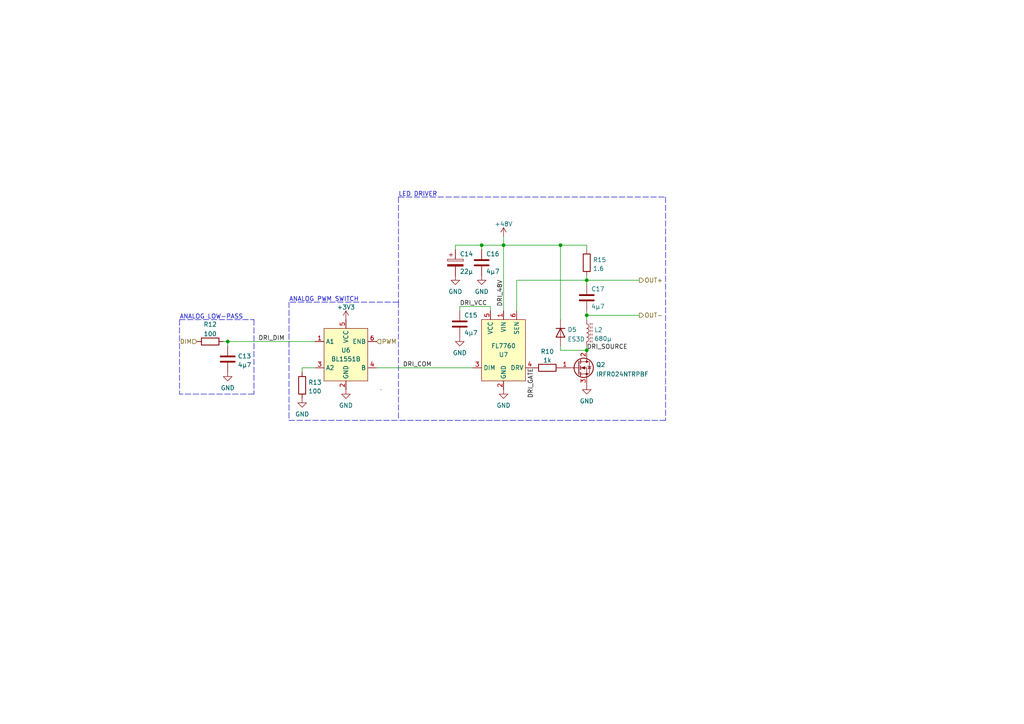
<source format=kicad_sch>
(kicad_sch (version 20211123) (generator eeschema)
  (paper "A4")
  (lib_symbols
    (symbol "Device:C" (pin_numbers hide) (pin_names (offset 0.254))
      (property "Reference" "C" (at 0.635 2.54 0))
      (property "Value" "C" (at 0.635 -2.54 0))
      (symbol "C_0_1"
        (polyline (pts (xy -2.032 -0.762) (xy 2.032 -0.762)) (stroke (width 0.508)))
        (polyline (pts (xy -2.032 0.762) (xy 2.032 0.762)) (stroke (width 0.508)))
      )
      (symbol "C_1_1"
        (pin passive line (at 0 3.81 270) (length 2.794) (name "~") (number "1"))
        (pin passive line (at 0 -3.81 90) (length 2.794) (name "~") (number "2"))
      )
    )
    (symbol "Device:C_Polarized" (pin_numbers hide) (pin_names (offset 0.254))
      (property "Reference" "C" (at 0.635 2.54 0))
      (property "Value" "C_Polarized" (at 0.635 -2.54 0))
      (symbol "C_Polarized_0_1"
        (rectangle (start -2.286 0.508) (end 2.286 1.016))
        (polyline (pts (xy -1.778 2.286) (xy -0.762 2.286)))
        (polyline (pts (xy -1.27 2.794) (xy -1.27 1.778)))
        (rectangle (start 2.286 -0.508) (end -2.286 -1.016) (fill (type outline)))
      )
      (symbol "C_Polarized_1_1"
        (pin passive line (at 0 3.81 270) (length 2.794) (name "~") (number "1"))
        (pin passive line (at 0 -3.81 90) (length 2.794) (name "~") (number "2"))
      )
    )
    (symbol "Device:D" (pin_numbers hide) (pin_names (offset 1.016) hide)
      (property "Reference" "D" (at 0 2.54 0))
      (property "Value" "D" (at 0 -2.54 0))
      (symbol "D_0_1"
        (polyline (pts (xy -1.27 1.27) (xy -1.27 -1.27)) (stroke (width 0.254)))
        (polyline (pts (xy 1.27 0) (xy -1.27 0)))
        (polyline (pts (xy 1.27 1.27) (xy 1.27 -1.27) (xy -1.27 0) (xy 1.27 1.27)) (stroke (width 0.254)))
      )
      (symbol "D_1_1"
        (pin passive line (at -3.81 0 0) (length 2.54) (name "K") (number "1"))
        (pin passive line (at 3.81 0 180) (length 2.54) (name "A") (number "2"))
      )
    )
    (symbol "Device:L_Ferrite" (pin_numbers hide) (pin_names (offset 1.016) hide)
      (property "Reference" "L" (at -1.27 0 90))
      (property "Value" "L_Ferrite" (at 2.794 0 90))
      (symbol "L_Ferrite_0_1"
        (arc (start 0 -2.54) (mid 0.635 -1.905) (end 0 -1.27))
        (arc (start 0 -1.27) (mid 0.635 -0.635) (end 0 0))
        (polyline (pts (xy 1.016 -2.794) (xy 1.016 -2.286)))
        (polyline (pts (xy 1.016 -1.778) (xy 1.016 -1.27)))
        (polyline (pts (xy 1.016 -0.762) (xy 1.016 -0.254)))
        (polyline (pts (xy 1.016 0.254) (xy 1.016 0.762)))
        (polyline (pts (xy 1.016 1.27) (xy 1.016 1.778)))
        (polyline (pts (xy 1.016 2.286) (xy 1.016 2.794)))
        (polyline (pts (xy 1.524 -2.286) (xy 1.524 -2.794)))
        (polyline (pts (xy 1.524 -1.27) (xy 1.524 -1.778)))
        (polyline (pts (xy 1.524 -0.254) (xy 1.524 -0.762)))
        (polyline (pts (xy 1.524 0.762) (xy 1.524 0.254)))
        (polyline (pts (xy 1.524 1.778) (xy 1.524 1.27)))
        (polyline (pts (xy 1.524 2.794) (xy 1.524 2.286)))
        (arc (start 0 0) (mid 0.635 0.635) (end 0 1.27))
        (arc (start 0 1.27) (mid 0.635 1.905) (end 0 2.54))
      )
      (symbol "L_Ferrite_1_1"
        (pin passive line (at 0 3.81 270) (length 1.27) (name "1") (number "1"))
        (pin passive line (at 0 -3.81 90) (length 1.27) (name "2") (number "2"))
      )
    )
    (symbol "Device:Q_NMOS_GDS" (pin_names (offset 0) hide)
      (property "Reference" "Q" (at 5.08 1.27 0))
      (property "Value" "Q_NMOS_GDS" (at 5.08 -1.27 0))
      (symbol "Q_NMOS_GDS_0_1"
        (polyline (pts (xy 0.254 0) (xy -2.54 0)))
        (polyline (pts (xy 0.254 1.905) (xy 0.254 -1.905)) (stroke (width 0.254)))
        (polyline (pts (xy 0.762 -1.27) (xy 0.762 -2.286)) (stroke (width 0.254)))
        (polyline (pts (xy 0.762 0.508) (xy 0.762 -0.508)) (stroke (width 0.254)))
        (polyline (pts (xy 0.762 2.286) (xy 0.762 1.27)) (stroke (width 0.254)))
        (polyline (pts (xy 2.54 2.54) (xy 2.54 1.778)))
        (polyline (pts (xy 2.54 -2.54) (xy 2.54 0) (xy 0.762 0)))
        (polyline (pts (xy 0.762 -1.778) (xy 3.302 -1.778) (xy 3.302 1.778) (xy 0.762 1.778)))
        (polyline (pts (xy 1.016 0) (xy 2.032 0.381) (xy 2.032 -0.381) (xy 1.016 0)) (fill (type outline)))
        (polyline (pts (xy 2.794 0.508) (xy 2.921 0.381) (xy 3.683 0.381) (xy 3.81 0.254)))
        (polyline (pts (xy 3.302 0.381) (xy 2.921 -0.254) (xy 3.683 -0.254) (xy 3.302 0.381)))
        (circle (center 1.651 0) (radius 2.794) (stroke (width 0.254)))
        (circle (center 2.54 -1.778) (radius 0.254) (fill (type outline)))
        (circle (center 2.54 1.778) (radius 0.254) (fill (type outline)))
      )
      (symbol "Q_NMOS_GDS_1_1"
        (pin input line (at -5.08 0 0) (length 2.54) (name "G") (number "1"))
        (pin passive line (at 2.54 5.08 270) (length 2.54) (name "D") (number "2"))
        (pin passive line (at 2.54 -5.08 90) (length 2.54) (name "S") (number "3"))
      )
    )
    (symbol "Device:R" (pin_numbers hide) (pin_names (offset 0))
      (property "Reference" "R" (at 2.032 0 90))
      (property "Value" "R" (at 0 0 90))
      (symbol "R_0_1"
        (rectangle (start -1.016 -2.54) (end 1.016 2.54) (stroke (width 0.254)))
      )
      (symbol "R_1_1"
        (pin passive line (at 0 3.81 270) (length 1.27) (name "~") (number "1"))
        (pin passive line (at 0 -3.81 90) (length 1.27) (name "~") (number "2"))
      )
    )
    (symbol "Library:FL7760"
      (property "Reference" "U" (at 0 -1.27 0))
      (property "Value" "FL7760" (at 0 1.27 0))
      (symbol "FL7760_0_1"
        (rectangle (start -6.35 10.16) (end 6.35 -7.62) (stroke (width 0.1524)) (fill (type background)))
      )
      (symbol "FL7760_1_1"
        (pin input line (at 0 12.7 270) (length 2.54) (name "VIN") (number "1"))
        (pin input line (at 0 -10.16 90) (length 2.54) (name "GND") (number "2"))
        (pin input line (at -8.89 -3.81 0) (length 2.54) (name "DIM") (number "3"))
        (pin output line (at 8.89 -3.81 180) (length 2.54) (name "DRV") (number "4"))
        (pin input line (at -3.81 12.7 270) (length 2.54) (name "VCC") (number "5"))
        (pin input line (at 3.81 12.7 270) (length 2.54) (name "SEN") (number "6"))
      )
    )
    (symbol "library:BL1551B"
      (property "Reference" "U" (at 0 -1.27 0))
      (property "Value" "BL1551B" (at 0 1.27 0))
      (symbol "BL1551B_0_1"
        (rectangle (start 6.35 7.62) (end -6.35 -7.62) (stroke (width 0.1524)) (fill (type background)))
        (rectangle (start 10.16 -10.16) (end 10.16 -10.16) (stroke (width 0.1524)))
        (rectangle (start 10.16 -10.16) (end 10.16 -10.16) (stroke (width 0.1524)))
        (rectangle (start 10.16 -10.16) (end 10.16 -10.16) (stroke (width 0.1524)))
      )
      (symbol "BL1551B_1_1"
        (pin bidirectional line (at -8.89 3.81 0) (length 2.54) (name "A1") (number "1"))
        (pin power_in line (at 0 -10.16 90) (length 2.54) (name "GND") (number "2"))
        (pin bidirectional line (at -8.89 -3.81 0) (length 2.54) (name "A2") (number "3"))
        (pin bidirectional line (at 8.89 -3.81 180) (length 2.54) (name "B") (number "4"))
        (pin power_in line (at 0 10.16 270) (length 2.54) (name "VCC") (number "5"))
        (pin input line (at 8.89 3.81 180) (length 2.54) (name "ENB") (number "6"))
      )
    )
    (symbol "power:+3V3" (power) (pin_names (offset 0))
      (property "Value" "+3V3" (at 0 3.556 0))
      (symbol "+3V3_0_1"
        (polyline (pts (xy -0.762 1.27) (xy 0 2.54)))
        (polyline (pts (xy 0 0) (xy 0 2.54)))
        (polyline (pts (xy 0 2.54) (xy 0.762 1.27)))
      )
      (symbol "+3V3_1_1"
        (pin power_in line (at 0 0 90) (length 0) hide (name "+3V3") (number "1"))
      )
    )
    (symbol "power:+48V" (power) (pin_names (offset 0))
      (property "Value" "+48V" (at 0 3.556 0))
      (symbol "+48V_0_1"
        (polyline (pts (xy -0.762 1.27) (xy 0 2.54)))
        (polyline (pts (xy 0 0) (xy 0 2.54)))
        (polyline (pts (xy 0 2.54) (xy 0.762 1.27)))
      )
      (symbol "+48V_1_1"
        (pin power_in line (at 0 0 90) (length 0) hide (name "+48V") (number "1"))
      )
    )
    (symbol "power:GND" (power) (pin_names (offset 0))
      (property "Value" "GND" (at 0 -3.81 0))
      (symbol "GND_0_1"
        (polyline (pts (xy 0 0) (xy 0 -1.27) (xy 1.27 -1.27) (xy 0 -2.54) (xy -1.27 -1.27) (xy 0 -1.27)))
      )
      (symbol "GND_1_1"
        (pin power_in line (at 0 0 270) (length 0) hide (name "GND") (number "1"))
      )
    )
  )
  (junction (at 170.18 101.6))
  (junction (at 66.04 99.06))
  (junction (at 139.7 71.12))
  (junction (at 162.56 71.12))
  (junction (at 146.05 71.12))
  (junction (at 170.18 91.44))
  (junction (at 170.18 81.28))
  (wire (pts (xy 170.18 81.28) (xy 185.42 81.28)))
  (wire (pts (xy 146.05 71.12) (xy 146.05 90.17)))
  (polyline (pts (xy 193.04 57.15) (xy 193.04 121.92)))
  (wire (pts (xy 170.18 91.44) (xy 170.18 92.71)))
  (polyline (pts (xy 52.07 92.71) (xy 52.07 114.3)))
  (polyline (pts (xy 73.66 114.3) (xy 52.07 114.3)))
  (wire (pts (xy 132.08 71.12) (xy 139.7 71.12)))
  (polyline (pts (xy 115.57 87.63) (xy 83.82 87.63)))
  (polyline (pts (xy 193.04 121.92) (xy 115.57 121.92)))
  (polyline (pts (xy 83.82 87.63) (xy 83.82 121.92)))
  (wire (pts (xy 87.63 106.68) (xy 87.63 107.95)))
  (wire (pts (xy 149.86 81.28) (xy 149.86 90.17)))
  (wire (pts (xy 132.08 72.39) (xy 132.08 71.12)))
  (wire (pts (xy 170.18 91.44) (xy 185.42 91.44)))
  (wire (pts (xy 162.56 71.12) (xy 162.56 92.71)))
  (wire (pts (xy 170.18 71.12) (xy 170.18 72.39)))
  (wire (pts (xy 66.04 99.06) (xy 64.77 99.06)))
  (wire (pts (xy 162.56 101.6) (xy 170.18 101.6)))
  (polyline (pts (xy 115.57 57.15) (xy 115.57 87.63)))
  (wire (pts (xy 170.18 91.44) (xy 170.18 90.17)))
  (polyline (pts (xy 83.82 121.92) (xy 115.57 121.92)))
  (wire (pts (xy 109.22 106.68) (xy 137.16 106.68)))
  (polyline (pts (xy 115.57 57.15) (xy 193.04 57.15)))
  (wire (pts (xy 162.56 71.12) (xy 170.18 71.12)))
  (wire (pts (xy 170.18 80.01) (xy 170.18 81.28)))
  (wire (pts (xy 170.18 100.33) (xy 170.18 101.6)))
  (wire (pts (xy 162.56 100.33) (xy 162.56 101.6)))
  (wire (pts (xy 146.05 68.58) (xy 146.05 71.12)))
  (wire (pts (xy 87.63 106.68) (xy 91.44 106.68)))
  (wire (pts (xy 149.86 81.28) (xy 170.18 81.28)))
  (polyline (pts (xy 73.66 92.71) (xy 73.66 114.3)))
  (wire (pts (xy 66.04 99.06) (xy 91.44 99.06)))
  (wire (pts (xy 142.24 90.17) (xy 142.24 88.9)))
  (wire (pts (xy 139.7 72.39) (xy 139.7 71.12)))
  (wire (pts (xy 133.35 88.9) (xy 142.24 88.9)))
  (wire (pts (xy 139.7 71.12) (xy 146.05 71.12)))
  (wire (pts (xy 133.35 88.9) (xy 133.35 90.17)))
  (wire (pts (xy 66.04 100.33) (xy 66.04 99.06)))
  (wire (pts (xy 170.18 82.55) (xy 170.18 81.28)))
  (wire (pts (xy 146.05 71.12) (xy 162.56 71.12)))
  (polyline (pts (xy 115.57 87.63) (xy 115.57 121.92)))
  (polyline (pts (xy 52.07 92.71) (xy 73.66 92.71)))
  (text "ANALOG PWM SWITCH" (at 83.82 87.63 0) (effects (font (size 1.27 1.27)) (justify left bottom)))
  (text "ANALOG LOW-PASS" (at 52.07 92.71 0) (effects (font (size 1.27 1.27)) (justify left bottom)))
  (text "LED DRIVER" (at 115.57 57.15 0) (effects (font (size 1.27 1.27)) (justify left bottom)))
  (label "DRI_DIM" (at 74.93 99.06 0))
  (label "DRI_COM" (at 116.84 106.68 0))
  (label "DRI_48V" (at 146.05 88.9 90))
  (label "DRI_VCC" (at 133.35 88.9 0))
  (label "DRI_SOURCE" (at 170.18 101.6 0))
  (label "DRI_GATE" (at 154.94 106.68 270))
  (hierarchical_label "OUT+" (shape output) (at 185.42 81.28 0))
  (hierarchical_label "PWM" (shape input) (at 109.22 99.06 0))
  (hierarchical_label "DIM" (shape input) (at 57.15 99.06 180))
  (hierarchical_label "OUT-" (shape output) (at 185.42 91.44 0))
  (symbol (lib_id "power:GND") (at 133.35 97.79 0) (unit 1)
    (property "Reference" "#PWR045" (effects hide))
    (property "Value" "GND" (at 133.35 102.3525 0))
  )
  (symbol (lib_id "Device:C") (at 170.18 86.36 0) (unit 1)
    (property "Reference" "C17" (at 171.45 83.82 0) (effects (justify left)))
    (property "Value" "4µ7" (at 171.45 88.9 0) (effects (justify left)))
    (property "Footprint" "Capacitor_SMD:C_0805_2012Metric" (effects hide))
  )
  (symbol (lib_id "Device:C") (at 133.35 93.98 0) (unit 1)
    (property "Reference" "C15" (at 134.62 91.44 0) (effects (justify left)))
    (property "Value" "4µ7" (at 134.62 96.52 0) (effects (justify left)))
    (property "Footprint" "Capacitor_SMD:C_0805_2012Metric" (effects hide))
  )
  (symbol (lib_id "Device:R") (at 87.63 111.76 0) (mirror y) (unit 1)
    (property "Reference" "R13" (at 89.408 110.9253 0) (effects (justify right)))
    (property "Value" "100" (at 89.408 113.4622 0) (effects (justify right)))
    (property "Footprint" "Resistor_SMD:R_0603_1608Metric" (effects hide))
  )
  (symbol (lib_id "Device:R") (at 170.18 76.2 0) (unit 1)
    (property "Reference" "R15" (at 171.958 75.3653 0) (effects (justify left)))
    (property "Value" "1.6" (at 171.958 77.9022 0) (effects (justify left)))
    (property "Footprint" "Resistor_SMD:R_1206_3216Metric" (effects hide))
  )
  (symbol (lib_id "power:GND") (at 66.04 107.95 0) (unit 1)
    (property "Reference" "#PWR040" (effects hide))
    (property "Value" "GND" (at 66.04 112.5125 0))
  )
  (symbol (lib_id "Device:C") (at 66.04 104.14 0) (unit 1)
    (property "Reference" "C13" (at 68.961 103.3053 0) (effects (justify left)))
    (property "Value" "4µ7" (at 68.961 105.8422 0) (effects (justify left)))
    (property "Footprint" "Capacitor_SMD:C_0805_2012Metric" (effects hide))
  )
  (symbol (lib_id "power:+48V") (at 146.05 68.58 0) (unit 1)
    (property "Reference" "#PWR047" (effects hide))
    (property "Value" "+48V" (at 146.05 64.9755 0))
  )
  (symbol (lib_id "Device:C_Polarized") (at 132.08 76.2 0) (unit 1)
    (property "Reference" "C14" (at 133.35 73.66 0) (effects (justify left)))
    (property "Value" "22µ" (at 133.35 78.74 0) (effects (justify left)))
    (property "Footprint" "Capacitor_SMD:CP_Elec_6.3x4.5" (effects hide))
  )
  (symbol (lib_id "power:GND") (at 170.18 111.76 0) (unit 1)
    (property "Reference" "#PWR049" (effects hide))
    (property "Value" "GND" (at 170.18 116.3225 0))
  )
  (symbol (lib_id "Device:Q_NMOS_GDS") (at 167.64 106.68 0) (unit 1)
    (property "Reference" "Q2" (at 172.847 105.7715 0) (effects (justify left)))
    (property "Value" "IRFR024NTRPBF" (at 172.847 108.5466 0) (effects (justify left)))
    (property "Footprint" "Package_TO_SOT_SMD:TO-252-2" (effects hide))
  )
  (symbol (lib_id "Device:D") (at 162.56 96.52 270) (unit 1)
    (property "Reference" "D5" (at 164.592 95.6115 90) (effects (justify left)))
    (property "Value" "ES3D" (at 164.592 98.3866 90) (effects (justify left)))
    (property "Footprint" "Diode_SMD:D_SMB" (effects hide))
  )
  (symbol (lib_id "Device:R") (at 60.96 99.06 90) (unit 1)
    (property "Reference" "R12" (at 60.96 94.0775 90))
    (property "Value" "100" (at 60.96 96.8526 90))
    (property "Footprint" "Resistor_SMD:R_0603_1608Metric" (effects hide))
  )
  (symbol (lib_id "library:BL1551B") (at 100.33 102.87 0) (unit 1)
    (property "Reference" "U6" (at 100.33 101.6 0))
    (property "Value" "BL1551B" (at 100.33 104.14 0))
  )
  (symbol (lib_id "power:GND") (at 100.33 113.03 0) (unit 1)
    (property "Reference" "#PWR043" (effects hide))
    (property "Value" "GND" (at 100.33 117.5925 0))
  )
  (symbol (lib_id "power:GND") (at 132.08 80.01 0) (unit 1)
    (property "Reference" "#PWR044" (effects hide))
    (property "Value" "GND" (at 132.08 84.5725 0))
  )
  (symbol (lib_id "power:GND") (at 87.63 115.57 0) (mirror y) (unit 1)
    (property "Reference" "#PWR041" (effects hide))
    (property "Value" "GND" (at 87.63 120.1325 0))
  )
  (symbol (lib_id "Device:L_Ferrite") (at 170.18 96.52 0) (unit 1)
    (property "Reference" "L2" (at 172.339 95.6853 0) (effects (justify left)))
    (property "Value" "680µ" (at 172.339 98.2222 0) (effects (justify left)))
    (property "Footprint" "Inductor_SMD:L_12x12mm_H8mm" (effects hide))
  )
  (symbol (lib_id "power:GND") (at 139.7 80.01 0) (unit 1)
    (property "Reference" "#PWR046" (effects hide))
    (property "Value" "GND" (at 139.7 84.5725 0))
  )
  (symbol (lib_id "power:+3V3") (at 100.33 92.71 0) (unit 1)
    (property "Reference" "#PWR042" (effects hide))
    (property "Value" "+3V3" (at 100.33 89.1055 0))
  )
  (symbol (lib_id "Library:FL7760") (at 146.05 102.87 0) (unit 1)
    (property "Reference" "U7" (at 146.05 102.87 0))
    (property "Value" "FL7760" (at 146.05 100.33 0))
    (property "Footprint" "Package_TO_SOT_SMD:SOT-23-6" (effects hide))
  )
  (symbol (lib_id "Device:C") (at 139.7 76.2 0) (unit 1)
    (property "Reference" "C16" (at 140.97 73.66 0) (effects (justify left)))
    (property "Value" "4µ7" (at 140.97 78.74 0) (effects (justify left)))
    (property "Footprint" "Capacitor_SMD:C_0805_2012Metric" (effects hide))
  )
  (symbol (lib_id "power:GND") (at 146.05 113.03 0) (unit 1)
    (property "Reference" "#PWR048" (effects hide))
    (property "Value" "GND" (at 146.05 117.5925 0))
  )
  (symbol (lib_id "Device:R") (at 158.75 106.68 90) (unit 1)
    (property "Reference" "R10" (at 158.75 101.9642 90))
    (property "Value" "1k" (at 158.75 104.5011 90))
  )
)
</source>
